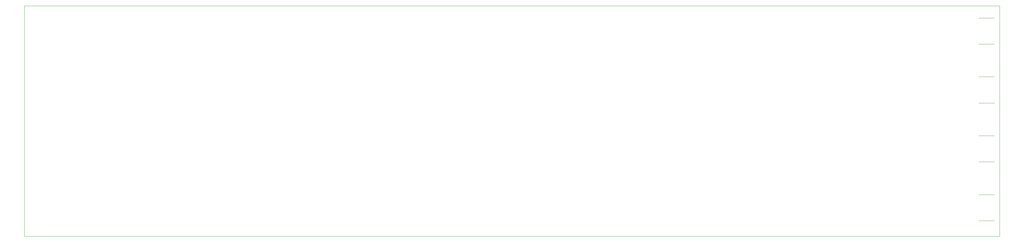
<source format=gbp>
*%FSLAX23Y23*%
*%MOIN*%
G01*
D11*
X4162Y5727D02*
X15879D01*
Y8502D02*
X4162D01*
Y5727D01*
X15879D02*
Y8502D01*
D60*
X14800Y8046D02*
D03*
X14730D02*
D03*
X14922Y8014D02*
D03*
X14852D02*
D03*
X14922Y8077D02*
D03*
X14852D02*
D03*
X14852Y7361D02*
D03*
X14922D02*
D03*
X14852Y7298D02*
D03*
X14922D02*
D03*
X14730Y7329D02*
D03*
X14800D02*
D03*
Y5916D02*
D03*
X14730D02*
D03*
X14922Y5884D02*
D03*
X14852D02*
D03*
X14922Y5947D02*
D03*
X14852D02*
D03*
X14730Y6621D02*
D03*
X14800D02*
D03*
X14852Y6589D02*
D03*
X14922D02*
D03*
X14852Y6652D02*
D03*
X14922D02*
D03*
X13599Y8373D02*
D03*
X13529D02*
D03*
X13599Y8306D02*
D03*
X13529D02*
D03*
X13599Y8239D02*
D03*
X13529D02*
D03*
X13599Y8168D02*
D03*
X13529D02*
D03*
X13599Y8026D02*
D03*
X13529D02*
D03*
X13599Y8097D02*
D03*
X13529D02*
D03*
X13599Y7947D02*
D03*
X13529D02*
D03*
X13599Y7877D02*
D03*
X13529D02*
D03*
X13033Y6904D02*
D03*
X13103D02*
D03*
X13108Y7199D02*
D03*
X13178D02*
D03*
X13108Y7121D02*
D03*
X13178D02*
D03*
X13151Y7416D02*
D03*
X13221D02*
D03*
X13662Y5790D02*
D03*
X13592D02*
D03*
X13662Y5857D02*
D03*
X13592D02*
D03*
X13662Y5924D02*
D03*
X13592D02*
D03*
X13662Y5995D02*
D03*
X13592D02*
D03*
X13662Y6066D02*
D03*
X13592D02*
D03*
X13662Y6136D02*
D03*
X13592D02*
D03*
X13662Y6215D02*
D03*
X13592D02*
D03*
X13662Y6286D02*
D03*
X13592D02*
D03*
X13183Y6810D02*
D03*
X13253D02*
D03*
X12174Y7333D02*
D03*
X12104D02*
D03*
X12135Y7396D02*
D03*
X12065D02*
D03*
X12770Y7424D02*
D03*
X12840D02*
D03*
X12801Y7199D02*
D03*
X12871D02*
D03*
X12801Y7121D02*
D03*
X12871D02*
D03*
X12876Y6904D02*
D03*
X12946D02*
D03*
X12262Y7719D02*
D03*
X12332D02*
D03*
X12758Y6810D02*
D03*
X12828D02*
D03*
X12951D02*
D03*
X13021D02*
D03*
X4962Y6900D02*
D03*
X4892D02*
D03*
D67*
X13064Y7244D02*
D03*
Y7314D02*
D03*
X13631Y7124D02*
D03*
Y7054D02*
D03*
X13599Y7797D02*
D03*
Y7727D02*
D03*
X13320Y6838D02*
D03*
Y6908D02*
D03*
X13300Y7248D02*
D03*
Y7318D02*
D03*
X13635Y6553D02*
D03*
Y6483D02*
D03*
X12194Y8388D02*
D03*
Y8325D02*
D03*
X12127Y8388D02*
D03*
Y8325D02*
D03*
X12914Y7244D02*
D03*
Y7314D02*
D03*
X12694Y7248D02*
D03*
Y7318D02*
D03*
X12674Y6911D02*
D03*
Y6841D02*
D03*
D85*
X15628Y7332D02*
X15817D01*
Y7646D02*
X15628D01*
Y8041D02*
X15817D01*
Y8355D02*
X15628D01*
Y5914D02*
X15817D01*
Y6228D02*
X15628D01*
Y6623D02*
X15817D01*
Y6937D02*
X15628D01*
D02*
M02*

</source>
